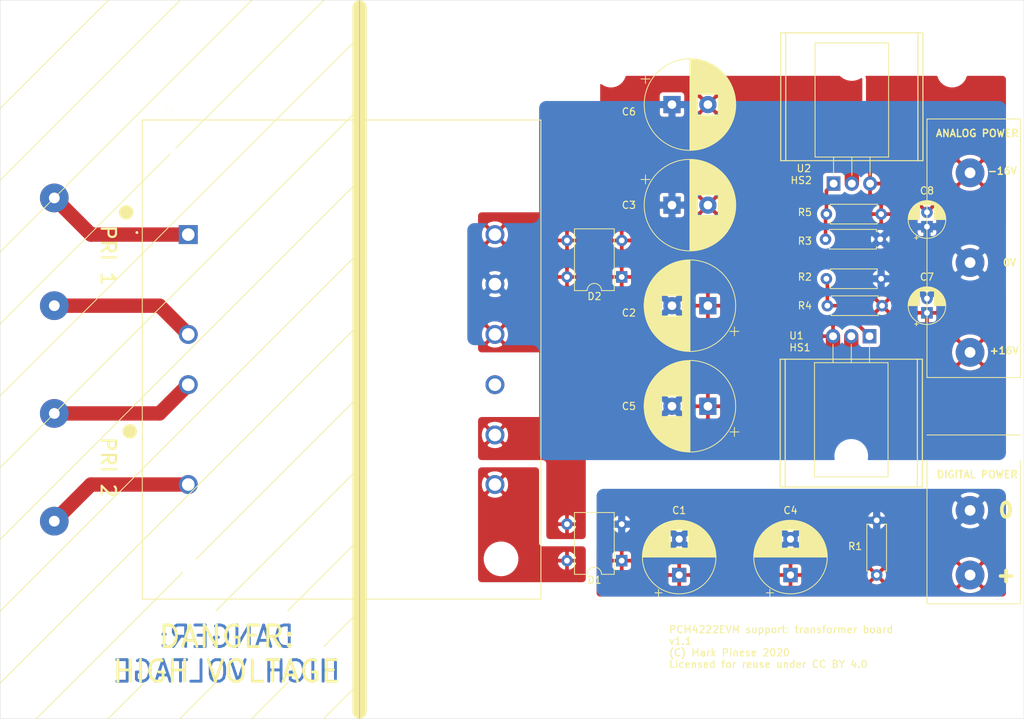
<source format=kicad_pcb>
(kicad_pcb (version 20171130) (host pcbnew "(5.1.6)-1")
  (title_block (title "PCM4222EVM transformer board") (date 2020-08-31) (rev 1.1) (company "(C) Mark Pinese 2020") (comment 1 "Made available for reuse under the CC BY 4.0 Licence"))
  (layers (0 F.Cu signal) (31 B.Cu signal) (34 B.Paste user) (35 F.Paste user) (36 B.SilkS user) (37 F.SilkS user) (38 B.Mask user) (39 F.Mask user) (44 Edge.Cuts user))
  (net 0 "")
  (net 1 "Net-(C1-Pad2)")
  (net 2 "Net-(C1-Pad1)")
  (net 3 "Net-(C2-Pad2)")
  (net 4 "Net-(C2-Pad1)")
  (net 5 "Net-(C3-Pad2)")
  (net 6 "Net-(D1-Pad3)")
  (net 7 "Net-(D1-Pad4)")
  (net 8 "Net-(D2-Pad3)")
  (net 9 "Net-(D2-Pad4)")
  (net 10 "Net-(J1-Pad1)")
  (net 11 "Net-(J2-Pad1)")
  (net 12 "Net-(J3-Pad1)")
  (net 13 "Net-(J4-Pad1)")
  (net 14 "Net-(C7-Pad1)")
  (net 15 "Net-(C8-Pad2)")
  (net 16 "Net-(R2-Pad1)")
  (net 17 "Net-(R3-Pad2)")
  (module project_footprints:AAVID_504102B00000G (layer F.Cu) (at 193.46 108.85 180)
    (fp_text reference HS1 (at 7.14 10.52) (layer F.SilkS))
    (fp_text value Heatsink)
    (pad "" np_thru_hole circle (at 0 -4.56 180) (size 3.66 3.66) (drill 3.66) (layers *.Cu *.Mask))
  )
  (module project_footprints:XFMR_14A-30-515 (layer F.Cu) (at 122.5 100)
    (fp_text reference T1 (at -23.855 -34.505) (layer F.SilkS) (effects (font (thickness 0.015))))
    (fp_text value 14A-30-515)
    (pad 1 thru_hole rect (at -21.35 -17.4) (size 2.64 2.64) (drill 1.76) (layers *.Cu *.Mask) (net 10 "Net-(J1-Pad1)"))
    (pad 7 thru_hole circle (at 21.35 -17.4) (size 2.64 2.64) (drill 1.76) (layers *.Cu *.Mask) (net 8 "Net-(D2-Pad3)"))
    (pad 3 thru_hole circle (at -21.35 -3.5) (size 2.64 2.64) (drill 1.76) (layers *.Cu *.Mask) (net 11 "Net-(J2-Pad1)"))
    (pad 4 thru_hole circle (at -21.35 3.5) (size 2.64 2.64) (drill 1.76) (layers *.Cu *.Mask) (net 12 "Net-(J3-Pad1)"))
    (pad 9 thru_hole circle (at 21.35 -3.5) (size 2.64 2.64) (drill 1.76) (layers *.Cu *.Mask) (net 9 "Net-(D2-Pad4)"))
    (pad 10 thru_hole circle (at 21.35 3.5) (size 2.64 2.64) (drill 1.76) (layers *.Cu *.Mask))
    (pad 12 thru_hole circle (at 21.35 17.4) (size 2.64 2.64) (drill 1.76) (layers *.Cu *.Mask) (net 7 "Net-(D1-Pad4)"))
    (pad 6 thru_hole circle (at -21.35 17.4) (size 2.64 2.64) (drill 1.76) (layers *.Cu *.Mask) (net 13 "Net-(J4-Pad1)"))
    (pad None np_thru_hole circle (at -22.2 27.75) (size 3.8 3.8) (drill 3.8) (layers *.Cu *.Mask))
    (pad None np_thru_hole circle (at 22.2 27.75) (size 3.8 3.8) (drill 3.8) (layers *.Cu *.Mask))
    (pad None np_thru_hole circle (at 22.2 -27.75) (size 3.8 3.8) (drill 3.8) (layers *.Cu *.Mask))
    (pad None np_thru_hole circle (at -22.2 -27.75) (size 3.8 3.8) (drill 3.8) (layers *.Cu *.Mask))
    (pad 8 thru_hole circle (at 21.35 -10.5) (size 2.64 2.64) (drill 1.76) (layers *.Cu *.Mask) (net 3 "Net-(C2-Pad2)"))
    (pad 11 thru_hole circle (at 21.35 10.5) (size 2.64 2.64) (drill 1.76) (layers *.Cu *.Mask) (net 6 "Net-(D1-Pad3)"))
  )
  (module project_footprints:AAVID_504102B00000G (layer F.Cu) (at 193.54 63.41)
    (fp_text reference HS2 (at -7.05 11.64) (layer F.SilkS))
    (fp_text value Heatsink)
    (pad "" np_thru_hole circle (at 0 -4.56) (size 3.66 3.66) (drill 3.66) (layers *.Cu *.Mask))
  )
  (module Package_TO_SOT_THT:TO-220-3_Horizontal_TabDown (layer F.Cu) (at 191 75.5)
    (fp_text reference U2 (at -4.14 -2.11) (layer F.SilkS))
    (fp_text value LM337_TO220)
    (pad 3 thru_hole oval (at 5.08 0) (size 1.905 2) (drill 1.1) (layers *.Cu *.Mask) (net 15 "Net-(C8-Pad2)"))
    (pad 2 thru_hole oval (at 2.54 0) (size 1.905 2) (drill 1.1) (layers *.Cu *.Mask) (net 5 "Net-(C3-Pad2)"))
    (pad 1 thru_hole rect (at 0 0) (size 1.905 2) (drill 1.1) (layers *.Cu *.Mask) (net 17 "Net-(R3-Pad2)"))
    (pad "" np_thru_hole oval (at 2.54 -16.66) (size 3.5 3.5) (drill 3.5) (layers *.Cu *.Mask))
  )
  (module Package_TO_SOT_THT:TO-220-3_Horizontal_TabDown (layer F.Cu) (at 196 96.75 180)
    (fp_text reference U1 (at 10.17 0.08) (layer F.SilkS))
    (fp_text value LM317_TO-220)
    (pad 3 thru_hole oval (at 5.08 0 180) (size 1.905 2) (drill 1.1) (layers *.Cu *.Mask) (net 4 "Net-(C2-Pad1)"))
    (pad 2 thru_hole oval (at 2.54 0 180) (size 1.905 2) (drill 1.1) (layers *.Cu *.Mask) (net 14 "Net-(C7-Pad1)"))
    (pad 1 thru_hole rect (at 0 0 180) (size 1.905 2) (drill 1.1) (layers *.Cu *.Mask) (net 16 "Net-(R2-Pad1)"))
    (pad "" np_thru_hole oval (at 2.54 -16.66 180) (size 3.5 3.5) (drill 3.5) (layers *.Cu *.Mask))
  )
  (module Capacitor_THT:CP_Radial_D12.5mm_P5.00mm (layer F.Cu) (at 168.5 64.5)
    (fp_text reference C6 (at -6 1) (layer F.SilkS))
    (fp_text value 2200u)
    (pad 2 thru_hole circle (at 5 0) (size 2.4 2.4) (drill 1.2) (layers *.Cu *.Mask) (net 5 "Net-(C3-Pad2)"))
    (pad 1 thru_hole rect (at 0 0) (size 2.4 2.4) (drill 1.2) (layers *.Cu *.Mask) (net 3 "Net-(C2-Pad2)"))
  )
  (module Resistor_THT:R_Axial_DIN0207_L6.3mm_D2.5mm_P7.62mm_Horizontal (layer F.Cu) (at 190 79.75)
    (fp_text reference R5 (at -3 -0.25) (layer F.SilkS))
    (fp_text value 330)
    (pad 2 thru_hole oval (at 7.62 0) (size 1.6 1.6) (drill 0.8) (layers *.Cu *.Mask) (net 15 "Net-(C8-Pad2)"))
    (pad 1 thru_hole circle (at 0 0) (size 1.6 1.6) (drill 0.8) (layers *.Cu *.Mask) (net 17 "Net-(R3-Pad2)"))
  )
  (module Capacitor_THT:CP_Radial_D12.5mm_P5.00mm (layer F.Cu) (at 173.5 106.5 180)
    (fp_text reference C5 (at 11 0) (layer F.SilkS))
    (fp_text value 2200u)
    (pad 2 thru_hole circle (at 5 0 180) (size 2.4 2.4) (drill 1.2) (layers *.Cu *.Mask) (net 3 "Net-(C2-Pad2)"))
    (pad 1 thru_hole rect (at 0 0 180) (size 2.4 2.4) (drill 1.2) (layers *.Cu *.Mask) (net 4 "Net-(C2-Pad1)"))
  )
  (module Capacitor_THT:CP_Radial_D10.0mm_P5.00mm (layer F.Cu) (at 185 130 90)
    (fp_text reference C4 (at 9 0 180) (layer F.SilkS))
    (fp_text value 2200u)
    (pad 2 thru_hole circle (at 5 0 90) (size 2 2) (drill 1) (layers *.Cu *.Mask) (net 1 "Net-(C1-Pad2)"))
    (pad 1 thru_hole rect (at 0 0 90) (size 2 2) (drill 1) (layers *.Cu *.Mask) (net 2 "Net-(C1-Pad1)"))
  )
  (module Capacitor_THT:CP_Radial_D12.5mm_P5.00mm (layer F.Cu) (at 168.5 78.5)
    (fp_text reference C3 (at -6 0) (layer F.SilkS))
    (fp_text value 2200u)
    (pad 2 thru_hole circle (at 5 0) (size 2.4 2.4) (drill 1.2) (layers *.Cu *.Mask) (net 5 "Net-(C3-Pad2)"))
    (pad 1 thru_hole rect (at 0 0) (size 2.4 2.4) (drill 1.2) (layers *.Cu *.Mask) (net 3 "Net-(C2-Pad2)"))
  )
  (module Capacitor_THT:CP_Radial_D12.5mm_P5.00mm (layer F.Cu) (at 173.5 92.5 180)
    (fp_text reference C2 (at 11 -1) (layer F.SilkS))
    (fp_text value 2200u)
    (pad 2 thru_hole circle (at 5 0 180) (size 2.4 2.4) (drill 1.2) (layers *.Cu *.Mask) (net 3 "Net-(C2-Pad2)"))
    (pad 1 thru_hole rect (at 0 0 180) (size 2.4 2.4) (drill 1.2) (layers *.Cu *.Mask) (net 4 "Net-(C2-Pad1)"))
  )
  (module Capacitor_THT:CP_Radial_D10.0mm_P5.00mm (layer F.Cu) (at 169.5 130 90)
    (fp_text reference C1 (at 9 0 180) (layer F.SilkS))
    (fp_text value 2200u)
    (pad 2 thru_hole circle (at 5 0 90) (size 2 2) (drill 1) (layers *.Cu *.Mask) (net 1 "Net-(C1-Pad2)"))
    (pad 1 thru_hole rect (at 0 0 90) (size 2 2) (drill 1) (layers *.Cu *.Mask) (net 2 "Net-(C1-Pad1)"))
  )
  (module Resistor_THT:R_Axial_DIN0207_L6.3mm_D2.5mm_P7.62mm_Horizontal (layer F.Cu) (at 197.75 92.5 180)
    (fp_text reference R4 (at 10.75 0) (layer F.SilkS))
    (fp_text value 330)
    (pad 2 thru_hole oval (at 7.62 0 180) (size 1.6 1.6) (drill 0.8) (layers *.Cu *.Mask) (net 16 "Net-(R2-Pad1)"))
    (pad 1 thru_hole circle (at 0 0 180) (size 1.6 1.6) (drill 0.8) (layers *.Cu *.Mask) (net 14 "Net-(C7-Pad1)"))
  )
  (module Resistor_THT:R_Axial_DIN0207_L6.3mm_D2.5mm_P7.62mm_Horizontal (layer F.Cu) (at 197.5 83.25 180)
    (fp_text reference R3 (at 10.5 -0.25) (layer F.SilkS))
    (fp_text value 3.9k)
    (pad 2 thru_hole oval (at 7.62 0 180) (size 1.6 1.6) (drill 0.8) (layers *.Cu *.Mask) (net 17 "Net-(R3-Pad2)"))
    (pad 1 thru_hole circle (at 0 0 180) (size 1.6 1.6) (drill 0.8) (layers *.Cu *.Mask) (net 3 "Net-(C2-Pad2)"))
  )
  (module Resistor_THT:R_Axial_DIN0207_L6.3mm_D2.5mm_P7.62mm_Horizontal (layer F.Cu) (at 190 88.75)
    (fp_text reference R2 (at -3 -0.25) (layer F.SilkS))
    (fp_text value 3.9k)
    (pad 2 thru_hole oval (at 7.62 0) (size 1.6 1.6) (drill 0.8) (layers *.Cu *.Mask) (net 3 "Net-(C2-Pad2)"))
    (pad 1 thru_hole circle (at 0 0) (size 1.6 1.6) (drill 0.8) (layers *.Cu *.Mask) (net 16 "Net-(R2-Pad1)"))
  )
  (module Resistor_THT:R_Axial_DIN0207_L6.3mm_D2.5mm_P7.62mm_Horizontal (layer F.Cu) (at 197 130 90)
    (fp_text reference R1 (at 4 -3 180) (layer F.SilkS))
    (fp_text value 10k)
    (pad 2 thru_hole oval (at 7.62 0 90) (size 1.6 1.6) (drill 0.8) (layers *.Cu *.Mask) (net 1 "Net-(C1-Pad2)"))
    (pad 1 thru_hole circle (at 0 0 90) (size 1.6 1.6) (drill 0.8) (layers *.Cu *.Mask) (net 2 "Net-(C1-Pad1)"))
  )
  (module Capacitor_THT:CP_Radial_D5.0mm_P2.00mm (layer F.Cu) (at 204 81.5 90)
    (fp_text reference C8 (at 5 0 180) (layer F.SilkS))
    (fp_text value 10u)
    (pad 2 thru_hole circle (at 2 0 90) (size 1.6 1.6) (drill 0.8) (layers *.Cu *.Mask) (net 15 "Net-(C8-Pad2)"))
    (pad 1 thru_hole rect (at 0 0 90) (size 1.6 1.6) (drill 0.8) (layers *.Cu *.Mask) (net 3 "Net-(C2-Pad2)"))
  )
  (module Capacitor_THT:CP_Radial_D5.0mm_P2.00mm (layer F.Cu) (at 204 93.5 90)
    (fp_text reference C7 (at 5 0 180) (layer F.SilkS))
    (fp_text value 10u)
    (pad 2 thru_hole circle (at 2 0 90) (size 1.6 1.6) (drill 0.8) (layers *.Cu *.Mask) (net 3 "Net-(C2-Pad2)"))
    (pad 1 thru_hole rect (at 0 0 90) (size 1.6 1.6) (drill 0.8) (layers *.Cu *.Mask) (net 14 "Net-(C7-Pad1)"))
  )
  (module MountingHole:MountingHole_3.2mm_M3 (layer F.Cu) (at 207.5 140)
    (fp_text reference H6 hide)
    (fp_text value MountingHole)
    (pad 1 np_thru_hole circle (at 0 0) (size 3.2 3.2) (drill 3.2) (layers *.Cu *.Mask))
  )
  (module MountingHole:MountingHole_3.2mm_M3 (layer F.Cu) (at 207.5 60)
    (fp_text reference H5 hide)
    (fp_text value MountingHole)
    (pad 1 np_thru_hole circle (at 0 0) (size 3.2 3.2) (drill 3.2) (layers *.Cu *.Mask))
  )
  (module MountingHole:MountingHole_3.2mm_M3 (layer F.Cu) (at 160 140)
    (fp_text reference H4 hide)
    (fp_text value MountingHole)
    (pad 1 np_thru_hole circle (at 0 0) (size 3.2 3.2) (drill 3.2) (layers *.Cu *.Mask))
  )
  (module MountingHole:MountingHole_3.2mm_M3 (layer F.Cu) (at 160 60)
    (fp_text reference H3 hide)
    (fp_text value MountingHole)
    (pad 1 np_thru_hole circle (at 0 0) (size 3.2 3.2) (drill 3.2) (layers *.Cu *.Mask))
  )
  (module MountingHole:MountingHole_3.2mm_M3 (layer F.Cu) (at 85 140)
    (fp_text reference H2 hide)
    (fp_text value MountingHole)
    (pad 1 np_thru_hole circle (at 0 0) (size 3.2 3.2) (drill 3.2) (layers *.Cu *.Mask))
  )
  (module MountingHole:MountingHole_3.2mm_M3 (layer F.Cu) (at 85 60)
    (fp_text reference H1 hide)
    (fp_text value MountingHole)
    (pad 1 np_thru_hole circle (at 0 0) (size 3.2 3.2) (drill 3.2) (layers *.Cu *.Mask))
  )
  (module Connector_Wire:SolderWirePad_1x01_Drill1.5mm (layer F.Cu) (at 210 74)
    (fp_text reference J9 hide)
    (fp_text value Conn_01x01)
    (pad 1 thru_hole circle (at 0 0) (size 4.0005 4.0005) (drill 1.50114) (layers *.Cu *.Mask) (net 15 "Net-(C8-Pad2)"))
  )
  (module Connector_Wire:SolderWirePad_1x01_Drill1.5mm (layer F.Cu) (at 210 86.5)
    (fp_text reference J8 hide)
    (fp_text value Conn_01x01)
    (pad 1 thru_hole circle (at 0 0) (size 4.0005 4.0005) (drill 1.50114) (layers *.Cu *.Mask) (net 3 "Net-(C2-Pad2)"))
  )
  (module Connector_Wire:SolderWirePad_1x01_Drill1.5mm (layer F.Cu) (at 210 99)
    (fp_text reference J7 hide)
    (fp_text value Conn_01x01)
    (pad 1 thru_hole circle (at 0 0) (size 4.0005 4.0005) (drill 1.50114) (layers *.Cu *.Mask) (net 14 "Net-(C7-Pad1)"))
  )
  (module Connector_Wire:SolderWirePad_1x01_Drill1.5mm (layer F.Cu) (at 210 121)
    (fp_text reference J6 hide)
    (fp_text value Conn_01x01)
    (pad 1 thru_hole circle (at 0 0) (size 4.0005 4.0005) (drill 1.50114) (layers *.Cu *.Mask) (net 1 "Net-(C1-Pad2)"))
  )
  (module Connector_Wire:SolderWirePad_1x01_Drill1.5mm (layer F.Cu) (at 210 130)
    (fp_text reference J5 hide)
    (fp_text value Conn_01x01)
    (pad 1 thru_hole circle (at 0 0) (size 4.0005 4.0005) (drill 1.50114) (layers *.Cu *.Mask) (net 2 "Net-(C1-Pad1)"))
  )
  (module Connector_Wire:SolderWirePad_1x01_Drill1.5mm (layer F.Cu) (at 82.5 122.5)
    (fp_text reference J4 hide)
    (fp_text value Conn_01x01)
    (pad 1 thru_hole circle (at 0 0) (size 4.0005 4.0005) (drill 1.50114) (layers *.Cu *.Mask) (net 13 "Net-(J4-Pad1)"))
  )
  (module Connector_Wire:SolderWirePad_1x01_Drill1.5mm (layer F.Cu) (at 82.5 107.5)
    (fp_text reference J3 hide)
    (fp_text value Conn_01x01)
    (pad 1 thru_hole circle (at 0 0) (size 4.0005 4.0005) (drill 1.50114) (layers *.Cu *.Mask) (net 12 "Net-(J3-Pad1)"))
  )
  (module Connector_Wire:SolderWirePad_1x01_Drill1.5mm (layer F.Cu) (at 82.5 92.5)
    (fp_text reference J2 hide)
    (fp_text value Conn_01x01)
    (pad 1 thru_hole circle (at 0 0) (size 4.0005 4.0005) (drill 1.50114) (layers *.Cu *.Mask) (net 11 "Net-(J2-Pad1)"))
  )
  (module Connector_Wire:SolderWirePad_1x01_Drill1.5mm (layer F.Cu) (at 82.5 77.5)
    (fp_text reference J1 hide)
    (fp_text value Conn_01x01)
    (pad 1 thru_hole circle (at 0 0) (size 4.0005 4.0005) (drill 1.50114) (layers *.Cu *.Mask) (net 10 "Net-(J1-Pad1)"))
  )
  (module Diode_THT:Diode_Bridge_DIP-4_W7.62mm_P5.08mm (layer F.Cu) (at 161.5 88.5 180)
    (fp_text reference D2 (at 3.8 -2.7) (layer F.SilkS))
    (fp_text value D_Bridge_+-AA)
    (pad 1 thru_hole rect (at 0 0 180) (size 1.6 1.6) (drill 0.8) (layers *.Cu *.Mask) (net 4 "Net-(C2-Pad1)"))
    (pad 3 thru_hole oval (at 7.62 5.08 180) (size 1.6 1.6) (drill 0.8) (layers *.Cu *.Mask) (net 8 "Net-(D2-Pad3)"))
    (pad 2 thru_hole oval (at 0 5.08 180) (size 1.6 1.6) (drill 0.8) (layers *.Cu *.Mask) (net 5 "Net-(C3-Pad2)"))
    (pad 4 thru_hole oval (at 7.62 0 180) (size 1.6 1.6) (drill 0.8) (layers *.Cu *.Mask) (net 9 "Net-(D2-Pad4)"))
  )
  (module Diode_THT:Diode_Bridge_DIP-4_W7.62mm_P5.08mm (layer F.Cu) (at 161.5 128 180)
    (fp_text reference D1 (at 3.8 -2.7) (layer F.SilkS))
    (fp_text value D_Bridge_+-AA)
    (pad 1 thru_hole rect (at 0 0 180) (size 1.6 1.6) (drill 0.8) (layers *.Cu *.Mask) (net 2 "Net-(C1-Pad1)"))
    (pad 3 thru_hole oval (at 7.62 5.08 180) (size 1.6 1.6) (drill 0.8) (layers *.Cu *.Mask) (net 6 "Net-(D1-Pad3)"))
    (pad 2 thru_hole oval (at 0 5.08 180) (size 1.6 1.6) (drill 0.8) (layers *.Cu *.Mask) (net 1 "Net-(C1-Pad2)"))
    (pad 4 thru_hole oval (at 7.62 0 180) (size 1.6 1.6) (drill 0.8) (layers *.Cu *.Mask) (net 7 "Net-(D1-Pad4)"))
  )
  (gr_line (start 204 66.5) (end 204 102.5) (layer F.SilkS) (width 0.12))
  (gr_line (start 217 66.5) (end 204 66.5) (layer F.SilkS) (width 0.12))
  (gr_line (start 217 102.5) (end 217 66.5) (layer F.SilkS) (width 0.12))
  (gr_line (start 204 102.5) (end 217 102.5) (layer F.SilkS) (width 0.12))
  (gr_line (start 217 110.5) (end 204 110.5) (layer F.SilkS) (width 0.12))
  (gr_line (start 217 134) (end 217 114) (layer F.SilkS) (width 0.12))
  (gr_line (start 204 134) (end 217 134) (layer F.SilkS) (width 0.12))
  (gr_line (start 204 114) (end 204 134) (layer F.SilkS) (width 0.12))
  (gr_text 0V (at 215.5 86.5) (layer F.SilkS) (effects (font (size 1 1) (thickness 0.2))))
  (gr_text +16V (at 214.75 98.75) (layer F.SilkS) (effects (font (size 1 1) (thickness 0.2))))
  (gr_text "PCM4222EVM support: transformer board\nv1.1\n(C) Mark Pinese 2020\nLicensed for reuse under CC BY 4.0" (at 168 140) (layer F.SilkS) (effects (font (size 1 1)) (justify left)))
  (gr_text "DIGITAL POWER" (at 211 116) (layer F.SilkS) (effects (font (size 1 1) (thickness 0.2))))
  (gr_text "ANALOG POWER" (at 211 68.5) (layer F.SilkS) (effects (font (size 1 1) (thickness 0.2))))
  (gr_text 0 (at 215 121) (layer F.SilkS) (effects (font (size 2 2) (thickness 0.5))))
  (gr_text + (at 215 130) (layer F.SilkS) (effects (font (size 2 2) (thickness 0.5))))
  (gr_text -16V (at 214.5 73.75) (layer F.SilkS) (effects (font (size 1 1) (thickness 0.2))))
  (gr_text "DANGER:\nHIGH VOLTAGE" (at 106.5 141) (layer B.Cu) (effects (font (size 3 3) (thickness 0.4)) (justify mirror)))
  (gr_line (start 125 50) (end 125 150) (layer B.SilkS) (width 0.12))
  (gr_line (start 120 150) (end 125 145) (layer F.SilkS) (width 0.12))
  (gr_line (start 120 140) (end 125 135) (layer F.SilkS) (width 0.12))
  (gr_line (start 110 150) (end 115 145) (layer F.SilkS) (width 0.12))
  (gr_line (start 90 150) (end 95 145) (layer F.SilkS) (width 0.12))
  (gr_line (start 100 150) (end 105 145) (layer F.SilkS) (width 0.12))
  (gr_line (start 75 65) (end 90 50) (layer F.SilkS) (width 0.12))
  (gr_line (start 75 75) (end 100 50) (layer F.SilkS) (width 0.12))
  (gr_line (start 75 85) (end 110 50) (layer F.SilkS) (width 0.12))
  (gr_line (start 75 95) (end 120 50) (layer F.SilkS) (width 0.12))
  (gr_line (start 75 105) (end 125 55) (layer F.SilkS) (width 0.12))
  (gr_line (start 75 115) (end 125 65) (layer F.SilkS) (width 0.12))
  (gr_line (start 75 125) (end 125 75) (layer F.SilkS) (width 0.12))
  (gr_line (start 75 135) (end 125 85) (layer F.SilkS) (width 0.12))
  (gr_line (start 75 145) (end 125 95) (layer F.SilkS) (width 0.12))
  (gr_line (start 80 150) (end 125 105) (layer F.SilkS) (width 0.12))
  (gr_line (start 105 135) (end 125 115) (layer F.SilkS) (width 0.12))
  (gr_line (start 115 135) (end 125 125) (layer F.SilkS) (width 0.12))
  (gr_text "DANGER:\nHIGH VOLTAGE" (at 106.5 141) (layer F.SilkS) (effects (font (size 3 3) (thickness 0.4))))
  (gr_line (start 125 51) (end 125 149) (layer F.SilkS) (width 2))
  (gr_circle (center 93 110) (end 93.5 110) (layer F.SilkS) (width 1))
  (gr_text "PRI 2" (at 90 115 270) (layer F.SilkS) (effects (font (size 2 2) (thickness 0.3))))
  (gr_circle (center 92.5 79.5) (end 93 79.5) (layer F.SilkS) (width 1))
  (gr_text "PRI 1" (at 90 85.5 270) (layer F.SilkS) (effects (font (size 2 2) (thickness 0.3))))
  (gr_line (start 217.5 50) (end 75 50) (layer Edge.Cuts) (width 0.05))
  (gr_line (start 217.5 150) (end 217.5 50) (layer Edge.Cuts) (width 0.05))
  (gr_line (start 75 150) (end 217.5 150) (layer Edge.Cuts) (width 0.05))
  (gr_line (start 75 50) (end 75 150) (layer Edge.Cuts) (width 0.05))
  (segment (start 190.92 96.75) (end 190.92 102.67) (width 2) (layer F.Cu) (net 4))
  (segment (start 193.54 75.5) (end 193.54 69.04) (width 2) (layer F.Cu) (net 5))
  (segment (start 87.6 82.6) (end 82.5 77.5) (width 2) (layer F.Cu) (net 10))
  (segment (start 101.15 82.6) (end 87.6 82.6) (width 2) (layer F.Cu) (net 10))
  (segment (start 97.15 92.5) (end 82.5 92.5) (width 2) (layer F.Cu) (net 11))
  (segment (start 101.15 96.5) (end 97.15 92.5) (width 2) (layer F.Cu) (net 11))
  (segment (start 97.15 107.5) (end 101.15 103.5) (width 2) (layer F.Cu) (net 12))
  (segment (start 82.5 107.5) (end 97.15 107.5) (width 2) (layer F.Cu) (net 12))
  (segment (start 87.6 117.4) (end 82.5 122.5) (width 2) (layer F.Cu) (net 13))
  (segment (start 101.15 117.4) (end 87.6 117.4) (width 2) (layer F.Cu) (net 13))
  (segment (start 204.5 93.5) (end 204 93.5) (width 0.25) (layer F.Cu) (net 14))
  (segment (start 193.46 98.322502) (end 194.887498 99.75) (width 2) (layer F.Cu) (net 14))
  (segment (start 193.46 96.75) (end 193.46 98.322502) (width 2) (layer F.Cu) (net 14))
  (segment (start 194.887498 99.75) (end 198 99.75) (width 2) (layer F.Cu) (net 14))
  (segment (start 190.13 88.88) (end 190 88.75) (width 0.5) (layer F.Cu) (net 16))
  (segment (start 190.13 92.5) (end 190.13 88.88) (width 0.5) (layer F.Cu) (net 16))
  (segment (start 191.75 92.5) (end 190.13 92.5) (width 0.5) (layer F.Cu) (net 16))
  (segment (start 196 96.75) (end 191.75 92.5) (width 0.5) (layer F.Cu) (net 16))
  (segment (start 189.88 79.87) (end 190 79.75) (width 0.5) (layer F.Cu) (net 17))
  (segment (start 189.88 83.25) (end 189.88 79.87) (width 0.5) (layer F.Cu) (net 17))
  (segment (start 190 76.5) (end 191 75.5) (width 0.5) (layer F.Cu) (net 17))
  (segment (start 190 79.75) (end 190 76.5) (width 0.5) (layer F.Cu) (net 17))
  (zone (net 3) (net_name "Net-(C2-Pad2)") (layer B.Cu) (connect_pads (clearance 0.508)) (min_thickness 0.254) (fill yes (arc_segments 32) (thermal_gap 0.5) (thermal_bridge_width 1) (smoothing fillet) (radius 1))
    (polygon (pts (xy 215 114) (xy 150 114) (xy 150 98) (xy 140 98) (xy 140 81) (xy 150 81) (xy 150 64) (xy 215 64)))
  )
  (zone (net 1) (net_name "Net-(C1-Pad2)") (layer B.Cu) (connect_pads (clearance 0.508)) (min_thickness 0.254) (fill yes (arc_segments 32) (thermal_gap 0.5) (thermal_bridge_width 1) (smoothing fillet) (radius 1))
    (polygon (pts (xy 215 133) (xy 158 133) (xy 158 118) (xy 215 118)))
  )
  (zone (net 5) (net_name "Net-(C3-Pad2)") (layer F.Cu) (priority 1) (connect_pads thru_hole_only (clearance 0.508)) (min_thickness 0.254) (fill yes (arc_segments 32) (thermal_gap 0.508) (thermal_bridge_width 0.508) (smoothing fillet) (radius 0.5))
    (polygon (pts (xy 195 74.25) (xy 186 74.25) (xy 186 85.5) (xy 158.5 85.5) (xy 158.5 60.5) (xy 195 60.5)))
  )
  (zone (net 4) (net_name "Net-(C2-Pad1)") (layer F.Cu) (priority 1) (connect_pads thru_hole_only (clearance 0.508)) (min_thickness 0.254) (fill yes (arc_segments 32) (thermal_gap 0.508) (thermal_bridge_width 0.508) (smoothing fillet) (radius 0.5))
    (polygon (pts (xy 186 94.75) (xy 192 94.75) (xy 192 110.5) (xy 158.5 110.5) (xy 158.5 86.5) (xy 186 86.5)))
  )
  (zone (net 15) (net_name "Net-(C8-Pad2)") (layer F.Cu) (connect_pads thru_hole_only (clearance 0.508)) (min_thickness 0.254) (fill yes (arc_segments 32) (thermal_gap 0.508) (thermal_bridge_width 0.508) (smoothing fillet) (radius 0.5))
    (polygon (pts (xy 215 81.5) (xy 194 81.5) (xy 194 60.5) (xy 215 60.5)))
  )
  (zone (net 14) (net_name "Net-(C7-Pad1)") (layer F.Cu) (connect_pads thru_hole_only (clearance 0.508)) (min_thickness 0.254) (fill yes (arc_segments 32) (thermal_gap 0.508) (thermal_bridge_width 0.508) (smoothing fillet) (radius 0.5))
    (polygon (pts (xy 215 110.5) (xy 194 110.5) (xy 194 98.25) (xy 194 90.5) (xy 215 90.5)))
  )
  (zone (net 2) (net_name "Net-(C1-Pad1)") (layer F.Cu) (connect_pads thru_hole_only (clearance 0.508)) (min_thickness 0.254) (fill yes (arc_segments 32) (thermal_gap 0.508) (thermal_bridge_width 0.508) (smoothing fillet) (radius 0.5))
    (polygon (pts (xy 215 133) (xy 158 133) (xy 158 126) (xy 215 126)))
  )
  (zone (net 9) (net_name "Net-(D2-Pad4)") (layer F.Cu) (connect_pads (clearance 0.508)) (min_thickness 0.254) (fill yes (arc_segments 32) (thermal_gap 0.508) (thermal_bridge_width 0.508) (smoothing fillet) (radius 0.5))
    (polygon (pts (xy 156.5 99) (xy 141.5 99) (xy 141.5 86.5) (xy 156.5 86.5)))
  )
  (zone (net 8) (net_name "Net-(D2-Pad3)") (layer F.Cu) (connect_pads (clearance 0.508)) (min_thickness 0.254) (fill yes (arc_segments 32) (thermal_gap 0.508) (thermal_bridge_width 0.508) (smoothing fillet) (radius 0.5))
    (polygon (pts (xy 156.5 85.5) (xy 141.5 85.5) (xy 141.5 79.5) (xy 156.5 79.5)))
  )
  (zone (net 6) (net_name "Net-(D1-Pad3)") (layer F.Cu) (connect_pads (clearance 0.508)) (min_thickness 0.254) (fill yes (arc_segments 32) (thermal_gap 0.508) (thermal_bridge_width 0.508) (smoothing fillet) (radius 0.5))
    (polygon (pts (xy 156.5 125) (xy 151 125) (xy 151 114) (xy 141.5 114) (xy 141.5 108) (xy 156.5 108)))
  )
  (zone (net 7) (net_name "Net-(D1-Pad4)") (layer F.Cu) (connect_pads (clearance 0.508)) (min_thickness 0.254) (fill yes (arc_segments 32) (thermal_gap 0.508) (thermal_bridge_width 0.508) (smoothing fillet) (radius 0.5))
    (polygon (pts (xy 150 126) (xy 156.5 126) (xy 156.5 131) (xy 141.5 131) (xy 141.5 115) (xy 150 115)))
  )
)
</source>
